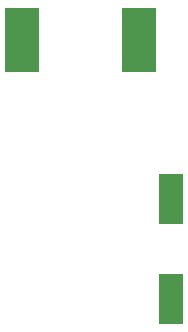
<source format=gbr>
%TF.GenerationSoftware,KiCad,Pcbnew,8.0.6*%
%TF.CreationDate,2024-11-11T21:37:20+01:00*%
%TF.ProjectId,Mainboard,4d61696e-626f-4617-9264-2e6b69636164,rev?*%
%TF.SameCoordinates,Original*%
%TF.FileFunction,Paste,Bot*%
%TF.FilePolarity,Positive*%
%FSLAX46Y46*%
G04 Gerber Fmt 4.6, Leading zero omitted, Abs format (unit mm)*
G04 Created by KiCad (PCBNEW 8.0.6) date 2024-11-11 21:37:20*
%MOMM*%
%LPD*%
G01*
G04 APERTURE LIST*
%ADD10R,2.050000X4.300000*%
%ADD11R,2.900000X5.400000*%
G04 APERTURE END LIST*
D10*
%TO.C,C5*%
X181320000Y-149340000D03*
X181320000Y-140940000D03*
%TD*%
D11*
%TO.C,L1*%
X178560000Y-127440000D03*
X168660000Y-127440000D03*
%TD*%
M02*

</source>
